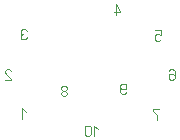
<source format=gbr>
%FSLAX34Y34*%
%MOMM*%
%LNSILK_BOTTOM*%
G71*
G01*
%ADD10C,0.111*%
%LPD*%
G54D10*
X55241Y-104444D02*
X51908Y-101111D01*
X51908Y-110000D01*
G54D10*
X37658Y-76750D02*
X42991Y-76750D01*
X42991Y-76194D01*
X42324Y-75083D01*
X38324Y-71750D01*
X37658Y-70639D01*
X37658Y-69528D01*
X38324Y-68417D01*
X39658Y-67861D01*
X40991Y-67861D01*
X42324Y-68417D01*
X42991Y-69528D01*
G54D10*
X56241Y-35528D02*
X55574Y-34417D01*
X54241Y-33861D01*
X52908Y-33861D01*
X51574Y-34417D01*
X50908Y-35528D01*
X50908Y-36639D01*
X51574Y-37750D01*
X52908Y-38306D01*
X51574Y-38861D01*
X50908Y-39972D01*
X50908Y-41083D01*
X51574Y-42194D01*
X52908Y-42750D01*
X54241Y-42750D01*
X55574Y-42194D01*
X56241Y-41083D01*
G54D10*
X131491Y-21750D02*
X131491Y-12861D01*
X135491Y-18417D01*
X135491Y-19528D01*
X130158Y-19528D01*
G54D10*
X164408Y-35111D02*
X169741Y-35111D01*
X169741Y-39000D01*
X169074Y-39000D01*
X167741Y-38444D01*
X166408Y-38444D01*
X165074Y-39000D01*
X164408Y-40111D01*
X164408Y-42333D01*
X165074Y-43444D01*
X166408Y-44000D01*
X167741Y-44000D01*
X169074Y-43444D01*
X169741Y-42333D01*
G54D10*
X176158Y-69528D02*
X176824Y-68417D01*
X178158Y-67861D01*
X179491Y-67861D01*
X180824Y-68417D01*
X181491Y-69528D01*
X181491Y-72306D01*
X181491Y-72861D01*
X179491Y-71750D01*
X178158Y-71750D01*
X176824Y-72306D01*
X176158Y-73417D01*
X176158Y-75083D01*
X176824Y-76194D01*
X178158Y-76750D01*
X179491Y-76750D01*
X180824Y-76194D01*
X181491Y-75083D01*
X181491Y-72306D01*
G54D10*
X167991Y-101861D02*
X162658Y-101861D01*
X163324Y-102972D01*
X164658Y-104639D01*
X165991Y-106861D01*
X166658Y-108528D01*
X166658Y-110750D01*
G54D10*
X86908Y-86306D02*
X88241Y-86306D01*
X89574Y-85750D01*
X90241Y-84639D01*
X90241Y-83528D01*
X89574Y-82417D01*
X88241Y-81861D01*
X86908Y-81861D01*
X85574Y-82417D01*
X84908Y-83528D01*
X84908Y-84639D01*
X85574Y-85750D01*
X86908Y-86306D01*
X85574Y-86861D01*
X84908Y-87972D01*
X84908Y-89083D01*
X85574Y-90194D01*
X86908Y-90750D01*
X88241Y-90750D01*
X89574Y-90194D01*
X90241Y-89083D01*
X90241Y-87972D01*
X89574Y-86861D01*
X88241Y-86306D01*
G54D10*
X140491Y-87333D02*
X139824Y-88444D01*
X138491Y-89000D01*
X137158Y-89000D01*
X135824Y-88444D01*
X135158Y-87333D01*
X135158Y-84556D01*
X135158Y-84000D01*
X137158Y-85111D01*
X138491Y-85111D01*
X139824Y-84556D01*
X140491Y-83444D01*
X140491Y-81778D01*
X139824Y-80667D01*
X138491Y-80111D01*
X137158Y-80111D01*
X135824Y-80667D01*
X135158Y-81778D01*
X135158Y-84556D01*
G54D10*
X116241Y-118944D02*
X112908Y-115611D01*
X112908Y-124500D01*
G54D10*
X105131Y-117278D02*
X105131Y-122833D01*
X105797Y-123944D01*
X107131Y-124500D01*
X108464Y-124500D01*
X109797Y-123944D01*
X110464Y-122833D01*
X110464Y-117278D01*
X109797Y-116167D01*
X108464Y-115611D01*
X107131Y-115611D01*
X105797Y-116167D01*
X105131Y-117278D01*
M02*

</source>
